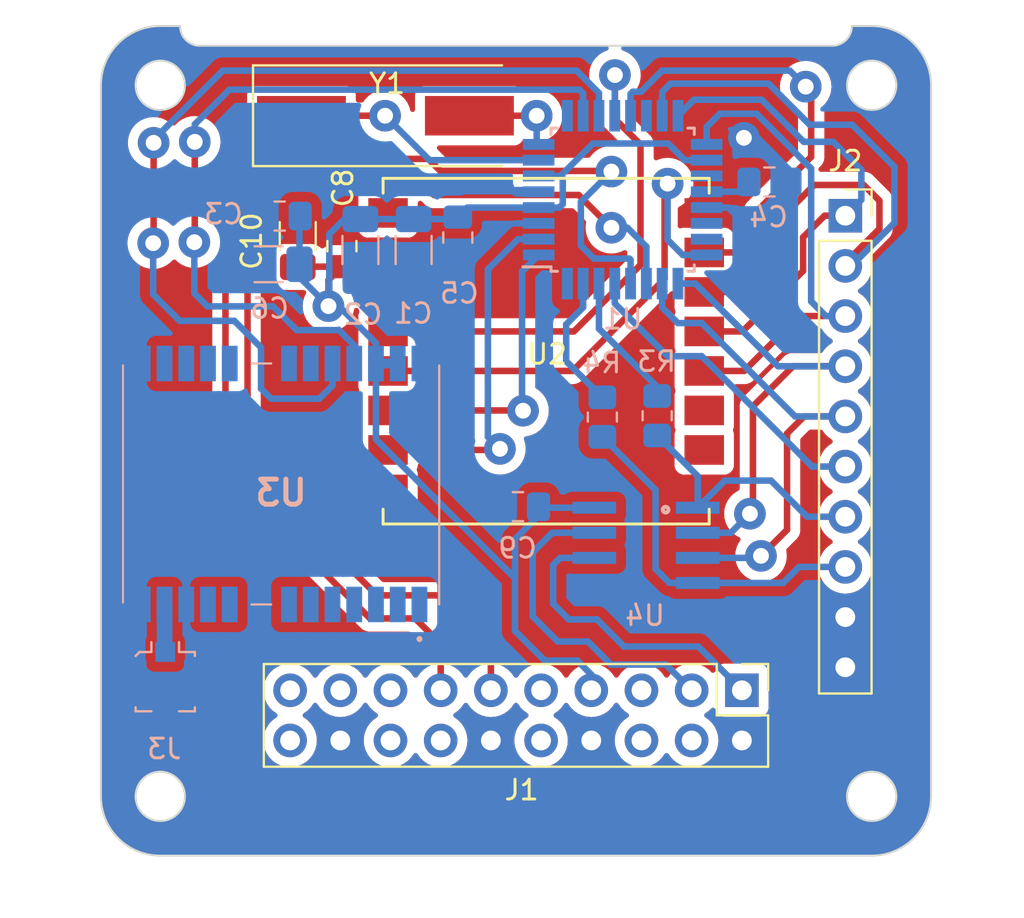
<source format=kicad_pcb>
(kicad_pcb (version 20221018) (generator pcbnew)
  (layers (0 "F.Cu" signal) (31 "B.Cu" signal) (34 "B.Paste" user) (35 "F.Paste" user) (36 "B.SilkS" user "B.Silkscreen") (37 "F.SilkS" user "F.Silkscreen") (38 "B.Mask" user) (39 "F.Mask" user) (44 "Edge.Cuts" user))
  (net 0 "")
  (net 1 "GND")
  (net 2 "+3V3")
  (net 3 "Net-(U1-AREF)")
  (net 4 "MCU_NRESET")
  (net 5 "RS485_SDA")
  (net 6 "RS485_SDB")
  (net 13 "I2C_SDA")
  (net 14 "I2C_SCL")
  (net 18 "MCU_TX")
  (net 21 "MCU_RX")
  (net 22 "Net-(U1-PD0(RXD))")
  (net 23 "Net-(U1-PD1(TXD))")
  (net 24 "RF_DIO1")
  (net 25 "RF_DIO2")
  (net 26 "Net-(U1-PB6(XTAL1{slash}TOSC1))")
  (net 27 "Net-(U1-PB7(XTAL2{slash}TOSC2))")
  (net 29 "SPI_MOSI")
  (net 30 "SPI_MISO")
  (net 31 "SPI_SCK")
  (net 34 "RF_NSS")
  (net 35 "RF_NRESET")
  (net 36 "RF_DIO0")
  (net 37 "RS485_NRE")
  (net 38 "RS485_DE")
  (net 42 "GPS_TX")
  (net 43 "GPS_RX")
  (net 44 "Net-(J3-In)")
  (footprint "Crystal:Crystal_SMD_HC49-SD" (layer "F.Cu") (at 136.3136 95.3008)
    (fp_text reference "Y1" (at 0.0844 -1.6256) (layer "F.SilkS"))
    (fp_text value "Crystal")
    (pad "1" smd rect (at -4.25 0) (size 4.5 2) (layers "F.Cu" "F.Paste" "F.Mask") (net 26 "Net-(U1-PB6(XTAL1{slash}TOSC1))"))
    (pad "2" smd rect (at 4.25 0) (size 4.5 2) (layers "F.Cu" "F.Paste" "F.Mask") (net 27 "Net-(U1-PB7(XTAL2{slash}TOSC2))"))
  )
  (footprint "Capacitor_SMD:C_1206_3216Metric_Pad1.33x1.80mm_HandSolder" (layer "F.Cu") (at 131.8768 101.3968 90)
    (fp_text reference "C10" (at -0.254 -2.3368 270) (layer "F.SilkS"))
    (fp_text value "22uF")
    (pad "1" smd roundrect (at -1.5625 0 90) (size 1.325 1.8) (layers "F.Cu" "F.Paste" "F.Mask") (roundrect_rratio 0.188679) (net 2 "+3V3"))
    (pad "2" smd roundrect (at 1.5625 0 90) (size 1.325 1.8) (layers "F.Cu" "F.Paste" "F.Mask") (roundrect_rratio 0.188679) (net 1 "GND"))
  )
  (footprint "RF_Module:Ai-Thinker-Ra-01-LoRa" (layer "F.Cu") (at 144.4457 107.221)
    (fp_text reference "U2" (at 0.0508 0.1524) (layer "F.SilkS"))
    (fp_text value "Ai-Thinker-Ra-02")
    (pad "1" smd rect (at -8 -7) (size 2 1.5) (layers "F.Cu" "F.Paste" "F.Mask"))
    (pad "2" smd rect (at -8 -5) (size 2 1.5) (layers "F.Cu" "F.Paste" "F.Mask") (net 1 "GND"))
    (pad "3" smd rect (at -8 -3) (size 2 1.5) (layers "F.Cu" "F.Paste" "F.Mask") (net 2 "+3V3"))
    (pad "4" smd rect (at -8 -1) (size 2 1.5) (layers "F.Cu" "F.Paste" "F.Mask") (net 35 "RF_NRESET"))
    (pad "5" smd rect (at -8 1) (size 2 1.5) (layers "F.Cu" "F.Paste" "F.Mask") (net 36 "RF_DIO0"))
    (pad "6" smd rect (at -8 3) (size 2 1.5) (layers "F.Cu" "F.Paste" "F.Mask") (net 24 "RF_DIO1"))
    (pad "7" smd rect (at -8 5) (size 2 1.5) (layers "F.Cu" "F.Paste" "F.Mask") (net 25 "RF_DIO2"))
    (pad "8" smd rect (at -8 7) (size 2 1.5) (layers "F.Cu" "F.Paste" "F.Mask"))
    (pad "9" smd rect (at 8 7) (size 2 1.5) (layers "F.Cu" "F.Paste" "F.Mask") (net 1 "GND"))
    (pad "10" smd rect (at 8 5) (size 2 1.5) (layers "F.Cu" "F.Paste" "F.Mask"))
    (pad "11" smd rect (at 8 3) (size 2 1.5) (layers "F.Cu" "F.Paste" "F.Mask"))
    (pad "12" smd rect (at 8 1) (size 2 1.5) (layers "F.Cu" "F.Paste" "F.Mask") (net 31 "SPI_SCK"))
    (pad "13" smd rect (at 8 -1) (size 2 1.5) (layers "F.Cu" "F.Paste" "F.Mask") (net 30 "SPI_MISO"))
    (pad "14" smd rect (at 8 -3) (size 2 1.5) (layers "F.Cu" "F.Paste" "F.Mask") (net 29 "SPI_MOSI"))
    (pad "15" smd rect (at 8 -5) (size 2 1.5) (layers "F.Cu" "F.Paste" "F.Mask") (net 34 "RF_NSS"))
    (pad "16" smd rect (at 8 -7) (size 2 1.5) (layers "F.Cu" "F.Paste" "F.Mask") (net 1 "GND"))
  )
  (footprint "Connector_PinSocket_2.54mm:PinSocket_2x10_P2.54mm_Vertical" (layer "F.Cu") (at 154.35 126.93 -90)
    (fp_text reference "J1" (at 2.5084 11.1448 -180) (layer "F.SilkS"))
    (fp_text value "Conn_02x10_PQSU")
    (pad "1" thru_hole rect (at -2.54 0 270) (size 1.7 1.7) (drill 1) (layers "*.Cu" "*.Mask") (net 5 "RS485_SDA"))
    (pad "2" thru_hole oval (at 0 0 270) (size 1.7 1.7) (drill 1) (layers "*.Cu" "*.Mask") (net 1 "GND"))
    (pad "3" thru_hole oval (at -2.54 2.54 270) (size 1.7 1.7) (drill 1) (layers "*.Cu" "*.Mask") (net 6 "RS485_SDB"))
    (pad "4" thru_hole oval (at 0 2.54 270) (size 1.7 1.7) (drill 1) (layers "*.Cu" "*.Mask"))
    (pad "5" thru_hole oval (at -2.54 5.08 270) (size 1.7 1.7) (drill 1) (layers "*.Cu" "*.Mask"))
    (pad "6" thru_hole oval (at 0 5.08 270) (size 1.7 1.7) (drill 1) (layers "*.Cu" "*.Mask"))
    (pad "7" thru_hole oval (at -2.54 7.62 270) (size 1.7 1.7) (drill 1) (layers "*.Cu" "*.Mask") (net 2 "+3V3"))
    (pad "8" thru_hole oval (at 0 7.62 270) (size 1.7 1.7) (drill 1) (layers "*.Cu" "*.Mask") (net 1 "GND"))
    (pad "9" thru_hole oval (at -2.54 10.16 270) (size 1.7 1.7) (drill 1) (layers "*.Cu" "*.Mask"))
    (pad "10" thru_hole oval (at 0 10.16 270) (size 1.7 1.7) (drill 1) (layers "*.Cu" "*.Mask"))
    (pad "11" thru_hole oval (at -2.54 12.7 270) (size 1.7 1.7) (drill 1) (layers "*.Cu" "*.Mask") (net 13 "I2C_SDA"))
    (pad "12" thru_hole oval (at 0 12.7 270) (size 1.7 1.7) (drill 1) (layers "*.Cu" "*.Mask") (net 1 "GND"))
    (pad "13" thru_hole oval (at -2.54 15.24 270) (size 1.7 1.7) (drill 1) (layers "*.Cu" "*.Mask") (net 14 "I2C_SCL"))
    (pad "14" thru_hole oval (at 0 15.24 270) (size 1.7 1.7) (drill 1) (layers "*.Cu" "*.Mask"))
    (pad "15" thru_hole oval (at -2.54 17.78 270) (size 1.7 1.7) (drill 1) (layers "*.Cu" "*.Mask"))
    (pad "16" thru_hole oval (at 0 17.78 270) (size 1.7 1.7) (drill 1) (layers "*.Cu" "*.Mask"))
    (pad "17" thru_hole oval (at -2.54 20.32 270) (size 1.7 1.7) (drill 1) (layers "*.Cu" "*.Mask"))
    (pad "18" thru_hole oval (at 0 20.32 270) (size 1.7 1.7) (drill 1) (layers "*.Cu" "*.Mask") (net 1 "GND"))
    (pad "19" thru_hole oval (at -2.54 22.86 270) (size 1.7 1.7) (drill 1) (layers "*.Cu" "*.Mask"))
    (pad "20" thru_hole oval (at 0 22.86 270) (size 1.7 1.7) (drill 1) (layers "*.Cu" "*.Mask"))
  )
  (footprint "Capacitor_SMD:C_0805_2012Metric_Pad1.18x1.45mm_HandSolder" (layer "F.Cu") (at 134.112 101.9048 90)
    (fp_text reference "C8" (at 2.9464 0.0508 90) (layer "F.SilkS"))
    (fp_text value "100nF")
    (pad "1" smd roundrect (at -1.0375 0 90) (size 1.175 1.45) (layers "F.Cu" "F.Paste" "F.Mask") (roundrect_rratio 0.2127659574) (net 2 "+3V3"))
    (pad "2" smd roundrect (at 1.0375 0 90) (size 1.175 1.45) (layers "F.Cu" "F.Paste" "F.Mask") (roundrect_rratio 0.2127659574) (net 1 "GND"))
  )
  (footprint "Connector_PinSocket_2.54mm:PinSocket_1x10_P2.54mm_Vertical" (layer "F.Cu") (at 159.5841 100.363)
    (fp_text reference "J2" (at 0 -2.77 -360) (layer "F.SilkS"))
    (fp_text value "Conn_01x10")
    (pad "1" thru_hole rect (at 0 0) (size 1.7 1.7) (drill 1) (layers "*.Cu" "*.Mask") (net 30 "SPI_MISO"))
    (pad "2" thru_hole oval (at 0 2.54) (size 1.7 1.7) (drill 1) (layers "*.Cu" "*.Mask") (net 29 "SPI_MOSI"))
    (pad "3" thru_hole oval (at 0 5.08) (size 1.7 1.7) (drill 1) (layers "*.Cu" "*.Mask") (net 31 "SPI_SCK"))
    (pad "4" thru_hole oval (at 0 7.62) (size 1.7 1.7) (drill 1) (layers "*.Cu" "*.Mask") (net 37 "RS485_NRE"))
    (pad "5" thru_hole oval (at 0 10.16) (size 1.7 1.7) (drill 1) (layers "*.Cu" "*.Mask") (net 38 "RS485_DE"))
    (pad "6" thru_hole oval (at 0 12.7) (size 1.7 1.7) (drill 1) (layers "*.Cu" "*.Mask") (net 4 "MCU_NRESET"))
    (pad "7" thru_hole oval (at 0 15.24) (size 1.7 1.7) (drill 1) (layers "*.Cu" "*.Mask") (net 21 "MCU_RX"))
    (pad "8" thru_hole oval (at 0 17.78) (size 1.7 1.7) (drill 1) (layers "*.Cu" "*.Mask") (net 18 "MCU_TX"))
    (pad "9" thru_hole oval (at 0 20.32) (size 1.7 1.7) (drill 1) (layers "*.Cu" "*.Mask") (net 1 "GND"))
    (pad "10" thru_hole oval (at 0 22.86) (size 1.7 1.7) (drill 1) (layers "*.Cu" "*.Mask") (net 1 "GND"))
  )
  (footprint "Capacitor_SMD:C_1206_3216Metric_Pad1.33x1.80mm_HandSolder" (layer "B.Cu") (at 137.7401 102.0957 -90)
    (fp_text reference "C1" (at 3.2127 0.0213) (layer "B.SilkS") (effects (justify mirror)))
    (fp_text value "1uF")
    (pad "1" smd roundrect (at -1.5625 0 270) (size 1.325 1.8) (layers "B.Cu" "B.Paste" "B.Mask") (roundrect_rratio 0.188679) (net 2 "+3V3"))
    (pad "2" smd roundrect (at 1.5625 0 270) (size 1.325 1.8) (layers "B.Cu" "B.Paste" "B.Mask") (roundrect_rratio 0.188679) (net 1 "GND"))
  )
  (footprint "Capacitor_SMD:C_1206_3216Metric_Pad1.33x1.80mm_HandSolder" (layer "B.Cu") (at 135.0477 102.0957 -90)
    (fp_text reference "C2" (at 3.2635 -0.1311 -180) (layer "B.SilkS") (effects (justify mirror)))
    (fp_text value "4.7uF")
    (pad "1" smd roundrect (at -1.5625 0 270) (size 1.325 1.8) (layers "B.Cu" "B.Paste" "B.Mask") (roundrect_rratio 0.1886792453) (net 2 "+3V3"))
    (pad "2" smd roundrect (at 1.5625 0 270) (size 1.325 1.8) (layers "B.Cu" "B.Paste" "B.Mask") (roundrect_rratio 0.1886792453) (net 1 "GND"))
  )
  (footprint "Resistor_SMD:R_0805_2012Metric_Pad1.20x1.40mm_HandSolder" (layer "B.Cu") (at 147.2905 110.5578 -90)
    (fp_text reference "R4" (at -2.745 0.0295 -180) (layer "B.SilkS") (effects (justify mirror)))
    (fp_text value "1.2k")
    (pad "1" smd roundrect (at -1 0 270) (size 1.2 1.4) (layers "B.Cu" "B.Paste" "B.Mask") (roundrect_rratio 0.2083333333) (net 23 "Net-(U1-PD1(TXD))"))
    (pad "2" smd roundrect (at 1 0 270) (size 1.2 1.4) (layers "B.Cu" "B.Paste" "B.Mask") (roundrect_rratio 0.2083333333) (net 18 "MCU_TX"))
  )
  (footprint "Connector_Coaxial:U.FL_Molex_MCRF_73412-0110_Vertical" (layer "B.Cu") (at 125.1712 123.952)
    (fp_text reference "J3" (at -0.0508 3.4036) (layer "B.SilkS") (effects (justify mirror)))
    (fp_text value "Conn_Coaxial")
    (pad "1" smd rect (at 0 -1.5) (size 1 1) (layers "B.Cu" "B.Paste" "B.Mask") (net 44 "Net-(J3-In)"))
    (pad "2" smd rect (at -1.475 0) (size 1.05 2.2) (layers "B.Cu" "B.Paste" "B.Mask") (net 1 "GND"))
    (pad "2" smd rect (at 0 1.5) (size 1 1) (layers "B.Cu" "B.Paste" "B.Mask") (net 1 "GND"))
    (pad "2" smd rect (at 1.475 0) (size 1.05 2.2) (layers "B.Cu" "B.Paste" "B.Mask") (net 1 "GND"))
  )
  (footprint "LIB_ATGM332D-5N31:ATGM332D5N31" (layer "B.Cu") (at 131.0345 113.9444 -90)
    (fp_text reference "U3" (at 0.45 0 -180) (layer "B.SilkS") (effects (font (size 1.27 1.27) (thickness 0.254)) (justify mirror)))
    (fp_text value "ATGM332D-5N31" hide)
    (pad "1" smd rect (at 6.1 -7 180) (size 0.8 1.8) (layers "B.Cu" "B.Paste" "B.Mask"))
    (pad "2" smd rect (at 6.1 -5.9 180) (size 0.8 1.8) (layers "B.Cu" "B.Paste" "B.Mask"))
    (pad "3" smd rect (at 6.1 -4.8 180) (size 0.8 1.8) (layers "B.Cu" "B.Paste" "B.Mask"))
    (pad "4" smd rect (at 6.1 -3.7 180) (size 0.8 1.8) (layers "B.Cu" "B.Paste" "B.Mask"))
    (pad "5" smd rect (at 6.1 -2.6 180) (size 0.8 1.8) (layers "B.Cu" "B.Paste" "B.Mask"))
    (pad "6" smd rect (at 6.1 -1.5 180) (size 0.8 1.8) (layers "B.Cu" "B.Paste" "B.Mask"))
    (pad "7" smd rect (at 6.1 -0.4 180) (size 0.8 1.8) (layers "B.Cu" "B.Paste" "B.Mask"))
    (pad "8" smd rect (at 6.1 2.6 180) (size 0.8 1.8) (layers "B.Cu" "B.Paste" "B.Mask"))
    (pad "9" smd rect (at 6.1 3.7 180) (size 0.8 1.8) (layers "B.Cu" "B.Paste" "B.Mask"))
    (pad "10" smd rect (at 6.1 4.8 180) (size 0.8 1.8) (layers "B.Cu" "B.Paste" "B.Mask") (net 1 "GND"))
    (pad "11" smd rect (at 6.1 5.9 180) (size 0.8 1.8) (layers "B.Cu" "B.Paste" "B.Mask") (net 44 "Net-(J3-In)"))
    (pad "12" smd rect (at 6.1 7 180) (size 0.8 1.8) (layers "B.Cu" "B.Paste" "B.Mask") (net 1 "GND"))
    (pad "13" smd rect (at -6.1 7 180) (size 0.8 1.8) (layers "B.Cu" "B.Paste" "B.Mask") (net 1 "GND"))
    (pad "14" smd rect (at -6.1 5.9 180) (size 0.8 1.8) (layers "B.Cu" "B.Paste" "B.Mask"))
    (pad "15" smd rect (at -6.1 4.8 180) (size 0.8 1.8) (layers "B.Cu" "B.Paste" "B.Mask"))
    (pad "16" smd rect (at -6.1 3.7 180) (size 0.8 1.8) (layers "B.Cu" "B.Paste" "B.Mask"))
    (pad "17" smd rect (at -6.1 2.6 180) (size 0.8 1.8) (layers "B.Cu" "B.Paste" "B.Mask"))
    (pad "18" smd rect (at -6.1 -0.4 180) (size 0.8 1.8) (layers "B.Cu" "B.Paste" "B.Mask"))
    (pad "19" smd rect (at -6.1 -1.5 180) (size 0.8 1.8) (layers "B.Cu" "B.Paste" "B.Mask"))
    (pad "20" smd rect (at -6.1 -2.6 180) (size 0.8 1.8) (layers "B.Cu" "B.Paste" "B.Mask") (net 42 "GPS_TX"))
    (pad "21" smd rect (at -6.1 -3.7 180) (size 0.8 1.8) (layers "B.Cu" "B.Paste" "B.Mask") (net 43 "GPS_RX"))
    (pad "22" smd rect (at -6.1 -4.8 180) (size 0.8 1.8) (layers "B.Cu" "B.Paste" "B.Mask") (net 2 "+3V3"))
    (pad "23" smd rect (at -6.1 -5.9 180) (size 0.8 1.8) (layers "B.Cu" "B.Paste" "B.Mask") (net 2 "+3V3"))
    (pad "24" smd rect (at -6.1 -7 180) (size 0.8 1.8) (layers "B.Cu" "B.Paste" "B.Mask") (net 1 "GND"))
  )
  (footprint "Capacitor_SMD:C_0805_2012Metric_Pad1.18x1.45mm_HandSolder" (layer "B.Cu") (at 130.9624 100.3808 180)
    (fp_text reference "C3" (at 2.8448 0.1016) (layer "B.SilkS") (effects (justify mirror)))
    (fp_text value "100nF")
    (pad "1" smd roundrect (at -1.0375 0 180) (size 1.175 1.45) (layers "B.Cu" "B.Paste" "B.Mask") (roundrect_rratio 0.212766) (net 2 "+3V3"))
    (pad "2" smd roundrect (at 1.0375 0 180) (size 1.175 1.45) (layers "B.Cu" "B.Paste" "B.Mask") (roundrect_rratio 0.212766) (net 1 "GND"))
  )
  (footprint "Capacitor_SMD:C_0805_2012Metric_Pad1.18x1.45mm_HandSolder" (layer "B.Cu") (at 139.9753 101.4691 -90)
    (fp_text reference "C5" (at 2.8233 -0.0803 -180) (layer "B.SilkS") (effects (justify mirror)))
    (fp_text value "100nF")
    (pad "1" smd roundrect (at -1.0375 0 270) (size 1.175 1.45) (layers "B.Cu" "B.Paste" "B.Mask") (roundrect_rratio 0.2127659574) (net 2 "+3V3"))
    (pad "2" smd roundrect (at 1.0375 0 270) (size 1.175 1.45) (layers "B.Cu" "B.Paste" "B.Mask") (roundrect_rratio 0.2127659574) (net 1 "GND"))
  )
  (footprint "Package_QFP:TQFP-32_7x7mm_P0.8mm" (layer "B.Cu") (at 148.318 99.55)
    (fp_text reference "U1" (at 0 6.05 180) (layer "B.SilkS") (effects (justify mirror)))
    (fp_text value "ATMEGA328P-AU")
    (pad "1" smd rect (at -4.25 2.8) (size 1.6 0.55) (layers "B.Cu" "B.Paste" "B.Mask") (net 24 "RF_DIO1"))
    (pad "2" smd rect (at -4.25 2) (size 1.6 0.55) (layers "B.Cu" "B.Paste" "B.Mask") (net 25 "RF_DIO2"))
    (pad "3" smd rect (at -4.25 1.2) (size 1.6 0.55) (layers "B.Cu" "B.Paste" "B.Mask") (net 1 "GND"))
    (pad "4" smd rect (at -4.25 0.4) (size 1.6 0.55) (layers "B.Cu" "B.Paste" "B.Mask") (net 2 "+3V3"))
    (pad "5" smd rect (at -4.25 -0.4) (size 1.6 0.55) (layers "B.Cu" "B.Paste" "B.Mask") (net 1 "GND"))
    (pad "6" smd rect (at -4.25 -1.2) (size 1.6 0.55) (layers "B.Cu" "B.Paste" "B.Mask") (net 2 "+3V3"))
    (pad "7" smd rect (at -4.25 -2) (size 1.6 0.55) (layers "B.Cu" "B.Paste" "B.Mask") (net 26 "Net-(U1-PB6(XTAL1{slash}TOSC1))"))
    (pad "8" smd rect (at -4.25 -2.8) (size 1.6 0.55) (layers "B.Cu" "B.Paste" "B.Mask") (net 27 "Net-(U1-PB7(XTAL2{slash}TOSC2))"))
    (pad "9" smd rect (at -2.8 -4.25 270) (size 1.6 0.55) (layers "B.Cu" "B.Paste" "B.Mask"))
    (pad "10" smd rect (at -2 -4.25 270) (size 1.6 0.55) (layers "B.Cu" "B.Paste" "B.Mask") (net 43 "GPS_RX"))
    (pad "11" smd rect (at -1.2 -4.25 270) (size 1.6 0.55) (layers "B.Cu" "B.Paste" "B.Mask") (net 42 "GPS_TX"))
    (pad "12" smd rect (at -0.4 -4.25 270) (size 1.6 0.55) (layers "B.Cu" "B.Paste" "B.Mask") (net 35 "RF_NRESET"))
    (pad "13" smd rect (at 0.4 -4.25 270) (size 1.6 0.55) (layers "B.Cu" "B.Paste" "B.Mask") (net 34 "RF_NSS"))
    (pad "14" smd rect (at 1.2 -4.25 270) (size 1.6 0.55) (layers "B.Cu" "B.Paste" "B.Mask"))
    (pad "15" smd rect (at 2 -4.25 270) (size 1.6 0.55) (layers "B.Cu" "B.Paste" "B.Mask") (net 29 "SPI_MOSI"))
    (pad "16" smd rect (at 2.8 -4.25 270) (size 1.6 0.55) (layers "B.Cu" "B.Paste" "B.Mask") (net 30 "SPI_MISO"))
    (pad "17" smd rect (at 4.25 -2.8) (size 1.6 0.55) (layers "B.Cu" "B.Paste" "B.Mask") (net 31 "SPI_SCK"))
    (pad "18" smd rect (at 4.25 -2) (size 1.6 0.55) (layers "B.Cu" "B.Paste" "B.Mask") (net 2 "+3V3"))
    (pad "19" smd rect (at 4.25 -1.2) (size 1.6 0.55) (layers "B.Cu" "B.Paste" "B.Mask"))
    (pad "20" smd rect (at 4.25 -0.4) (size 1.6 0.55) (layers "B.Cu" "B.Paste" "B.Mask") (net 3 "Net-(U1-AREF)"))
    (pad "21" smd rect (at 4.25 0.4) (size 1.6 0.55) (layers "B.Cu" "B.Paste" "B.Mask") (net 1 "GND"))
    (pad "22" smd rect (at 4.25 1.2) (size 1.6 0.55) (layers "B.Cu" "B.Paste" "B.Mask"))
    (pad "23" smd rect (at 4.25 2) (size 1.6 0.55) (layers "B.Cu" "B.Paste" "B.Mask"))
    (pad "24" smd rect (at 4.25 2.8) (size 1.6 0.55) (layers "B.Cu" "B.Paste" "B.Mask") (net 36 "RF_DIO0"))
    (pad "25" smd rect (at 2.8 4.25 270) (size 1.6 0.55) (layers "B.Cu" "B.Paste" "B.Mask") (net 37 "RS485_NRE"))
    (pad "26" smd rect (at 2 4.25 270) (size 1.6 0.55) (layers "B.Cu" "B.Paste" "B.Mask") (net 38 "RS485_DE"))
    (pad "27" smd rect (at 1.2 4.25 270) (size 1.6 0.55) (layers "B.Cu" "B.Paste" "B.Mask") (net 13 "I2C_SDA"))
    (pad "28" smd rect (at 0.4 4.25 270) (size 1.6 0.55) (layers "B.Cu" "B.Paste" "B.Mask") (net 14 "I2C_SCL"))
    (pad "29" smd rect (at -0.4 4.25 270) (size 1.6 0.55) (layers "B.Cu" "B.Paste" "B.Mask") (net 4 "MCU_NRESET"))
    (pad "30" smd rect (at -1.2 4.25 270) (size 1.6 0.55) (layers "B.Cu" "B.Paste" "B.Mask") (net 22 "Net-(U1-PD0(RXD))"))
    (pad "31" smd rect (at -2 4.25 270) (size 1.6 0.55) (layers "B.Cu" "B.Paste" "B.Mask") (net 23 "Net-(U1-PD1(TXD))"))
    (pad "32" smd rect (at -2.8 4.25 270) (size 1.6 0.55) (layers "B.Cu" "B.Paste" "B.Mask"))
  )
  (footprint "MAX485:SO08" (layer "B.Cu") (at 149.5003 117.0508 -90)
    (fp_text reference "U4" (at 3.556 0.0508 180) (layer "B.SilkS") (effects (justify mirror)))
    (fp_text value "MAX485E")
    (pad "1" smd rect (at -1.905 -2.6162 270) (size 0.6096 2.2098) (layers "B.Cu" "B.Paste" "B.Mask") (net 21 "MCU_RX"))
    (pad "2" smd rect (at -0.635 -2.6162 270) (size 0.6096 2.2098) (layers "B.Cu" "B.Paste" "B.Mask") (net 37 "RS485_NRE"))
    (pad "3" smd rect (at 0.635 -2.6162 270) (size 0.6096 2.2098) (layers "B.Cu" "B.Paste" "B.Mask") (net 38 "RS485_DE"))
    (pad "4" smd rect (at 1.905 -2.6162 270) (size 0.6096 2.2098) (layers "B.Cu" "B.Paste" "B.Mask") (net 18 "MCU_TX"))
    (pad "5" smd rect (at 1.905 2.6162 270) (size 0.6096 2.2098) (layers "B.Cu" "B.Paste" "B.Mask") (net 1 "GND"))
    (pad "6" smd rect (at 0.635 2.6162 270) (size 0.6096 2.2098) (layers "B.Cu" "B.Paste" "B.Mask") (net 5 "RS485_SDA"))
    (pad "7" smd rect (at -0.635 2.6162 270) (size 0.6096 2.2098) (layers "B.Cu" "B.Paste" "B.Mask") (net 6 "RS485_SDB"))
    (pad "8" smd rect (at -1.905 2.6162 270) (size 0.6096 2.2098) (layers "B.Cu" "B.Paste" "B.Mask") (net 2 "+3V3"))
  )
  (footprint "Capacitor_SMD:C_0805_2012Metric_Pad1.18x1.45mm_HandSolder" (layer "B.Cu") (at 155.7448 98.6536)
    (fp_text reference "C4" (at -0.0428 1.778) (layer "B.SilkS") (effects (justify mirror)))
    (fp_text value "100nF")
    (pad "1" smd roundrect (at -1.0375 0) (size 1.175 1.45) (layers "B.Cu" "B.Paste" "B.Mask") (roundrect_rratio 0.2127659574) (net 3 "Net-(U1-AREF)"))
    (pad "2" smd roundrect (at 1.0375 0) (size 1.175 1.45) (layers "B.Cu" "B.Paste" "B.Mask") (roundrect_rratio 0.2127659574) (net 1 "GND"))
  )
  (footprint "Capacitor_SMD:C_0805_2012Metric_Pad1.18x1.45mm_HandSolder" (layer "B.Cu") (at 143.0207 115.0939 180)
    (fp_text reference "C9" (at 0.0187 -2.1017 180) (layer "B.SilkS") (effects (justify mirror)))
    (fp_text value "100nF")
    (pad "1" smd roundrect (at -1.0375 0 180) (size 1.175 1.45) (layers "B.Cu" "B.Paste" "B.Mask") (roundrect_rratio 0.2127659574) (net 2 "+3V3"))
    (pad "2" smd roundrect (at 1.0375 0 180) (size 1.175 1.45) (layers "B.Cu" "B.Paste" "B.Mask") (roundrect_rratio 0.2127659574) (net 1 "GND"))
  )
  (footprint "Capacitor_SMD:C_1206_3216Metric_Pad1.33x1.80mm_HandSolder" (layer "B.Cu") (at 130.4036 102.8192 180)
    (fp_text reference "C6" (at -0.0508 -2.2352) (layer "B.SilkS") (effects (justify mirror)))
    (fp_text value "10uF")
    (pad "1" smd roundrect (at -1.5625 0 180) (size 1.325 1.8) (layers "B.Cu" "B.Paste" "B.Mask") (roundrect_rratio 0.188679) (net 2 "+3V3"))
    (pad "2" smd roundrect (at 1.5625 0 180) (size 1.325 1.8) (layers "B.Cu" "B.Paste" "B.Mask") (roundrect_rratio 0.188679) (net 1 "GND"))
  )
  (footprint "Resistor_SMD:R_0805_2012Metric_Pad1.20x1.40mm_HandSolder" (layer "B.Cu") (at 150.0632 110.49 -90)
    (fp_text reference "R3" (at -2.745 0.0295 -180) (layer "B.SilkS") (effects (justify mirror)))
    (fp_text value "1.2k")
    (pad "1" smd roundrect (at -1 0 270) (size 1.2 1.4) (layers "B.Cu" "B.Paste" "B.Mask") (roundrect_rratio 0.2083333333) (net 22 "Net-(U1-PD0(RXD))"))
    (pad "2" smd roundrect (at 1 0 270) (size 1.2 1.4) (layers "B.Cu" "B.Paste" "B.Mask") (roundrect_rratio 0.2083333333) (net 21 "MCU_RX"))
  )
  (gr_circle (center 124.92 129.76) (end 126.17 129.76) (stroke (width 0.1)) (fill none) (layer "Edge.Cuts"))
  (gr_arc (start 121.92 93.76) (mid 122.79868 91.63868) (end 124.92 90.76) (stroke (width 0.1)) (layer "Edge.Cuts"))
  (gr_line (start 160.92 90.76) (end 159.92 90.76) (stroke (width 0.1)) (layer "Edge.Cuts"))
  (gr_arc (start 163.92 129.76) (mid 163.04132 131.88132) (end 160.92 132.76) (stroke (width 0.1)) (layer "Edge.Cuts"))
  (gr_arc (start 160.92 90.76) (mid 163.04132 91.63868) (end 163.92 93.76) (stroke (width 0.1)) (layer "Edge.Cuts"))
  (gr_circle (center 160.92 93.76) (end 162.17 93.76) (stroke (width 0.1)) (fill none) (layer "Edge.Cuts"))
  (gr_line (start 163.92 93.76) (end 163.92 129.76) (stroke (width 0.1)) (layer "Edge.Cuts"))
  (gr_line (start 126.92 91.76) (end 158.92 91.76) (stroke (width 0.1)) (layer "Edge.Cuts"))
  (gr_line (start 160.92 132.76) (end 124.92 132.76) (stroke (width 0.1)) (layer "Edge.Cuts"))
  (gr_arc (start 159.92 90.76) (mid 159.627107 91.467107) (end 158.92 91.76) (stroke (width 0.1)) (layer "Edge.Cuts"))
  (gr_circle (center 160.92 129.76) (end 162.17 129.76) (stroke (width 0.1)) (fill none) (layer "Edge.Cuts"))
  (gr_arc (start 124.92 132.76) (mid 122.79868 131.88132) (end 121.92 129.76) (stroke (width 0.1)) (layer "Edge.Cuts"))
  (gr_circle (center 124.92 93.76) (end 126.17 93.76) (stroke (width 0.1)) (fill none) (layer "Edge.Cuts"))
  (gr_line (start 124.92 90.76) (end 125.92 90.76) (stroke (width 0.1)) (layer "Edge.Cuts"))
  (gr_line (start 121.92 129.76) (end 121.92 93.76) (stroke (width 0.1)) (layer "Edge.Cuts"))
  (gr_arc (start 126.92 91.76) (mid 126.212893 91.467107) (end 125.92 90.76) (stroke (width 0.1)) (layer "Edge.Cuts"))
  (via (at 154.4533 96.4184) (size 1.6) (drill 0.8) (layers "F.Cu" "B.Cu") (net 1))
  (segment (start 144.068 99.15) (end 142.9279 99.15) (width 0.5) (layer "B.Cu") (net 1))
  (segment (start 142.9279 99.15) (end 142.9217 99.1438) (width 0.3302) (layer "B.Cu") (net 1))
  (segment (start 152.568 99.95) (end 153.6669 99.95) (width 0.3302) (layer "B.Cu") (net 1))
  (segment (start 153.6669 99.95) (end 153.8945 100.1776) (width 0.3302) (layer "B.Cu") (net 1))
  (segment (start 144.068 100.75) (end 142.9217 100.75) (width 0.3302) (layer "B.Cu") (net 1))
  (segment (start 133.431259 103.623041) (end 134.112 102.9423) (width 0.3302) (layer "F.Cu") (net 2))
  (segment (start 136.4457 104.221) (end 135.3907 104.221) (width 0.4) (layer "F.Cu") (net 2))
  (segment (start 134.112 102.9423) (end 131.8938 102.9423) (width 0.3302) (layer "F.Cu") (net 2))
  (segment (start 131.8938 102.9423) (end 131.8768 102.9593) (width 0.3302) (layer "F.Cu") (net 2))
  (segment (start 135.3907 104.221) (end 134.112 102.9423) (width 0.4) (layer "F.Cu") (net 2))
  (segment (start 133.431259 104.939431) (end 133.431259 103.623041) (width 0.3302) (layer "F.Cu") (net 2))
  (via (at 133.431259 104.939431) (size 1.6) (drill 0.8) (layers "F.Cu" "B.Cu") (net 2))
  (segment (start 142.8709 116.7384) (end 142.8709 117.0432) (width 0.3302) (layer "B.Cu") (net 2))
  (segment (start 146.8178 96.7054) (end 145.1732 98.35) (width 0.3302) (layer "B.Cu") (net 2))
  (segment (start 140.4569 99.95) (end 144.068 99.95) (width 0.3302) (layer "B.Cu") (net 2))
  (segment (start 142.8709 121.3825) (end 142.8709 117.0432) (width 0.3302) (layer "B.Cu") (net 2))
  (segment (start 144.0582 115.0939) (end 144.0582 115.5511) (width 0.3302) (layer "B.Cu") (net 2))
  (segment (start 151.4628 97.55) (end 150.6182 96.7054) (width 0.3302) (layer "B.Cu") (net 2))
  (segment (start 146.73 123.5947) (end 146.0205 122.8852) (width 0.3302) (layer "B.Cu") (net 2))
  (segment (start 144.1409 115.0939) (end 144.0582 115.0939) (width 0.3302) (layer "B.Cu") (net 2))
  (segment (start 133.4729 101.2952) (end 134.2349 100.5332) (width 0.3302) (layer "B.Cu") (net 2))
  (segment (start 131.9661 103.474272) (end 133.431259 104.939431) (width 0.3302) (layer "B.Cu") (net 2))
  (segment (start 131.9661 100.4146) (end 131.9661 102.8192) (width 0.3302) (layer "B.Cu") (net 2))
  (segment (start 146.73 124.39) (end 146.73 123.5947) (width 0.3302) (layer "B.Cu") (net 2))
  (segment (start 144.0582 115.5511) (end 142.8709 116.7384) (width 0.3302) (layer "B.Cu") (net 2))
  (segment (start 144.3736 122.8852) (end 142.8709 121.3825) (width 0.3302) (layer "B.Cu") (net 2))
  (segment (start 135.0477 100.5332) (end 137.7401 100.5332) (width 0.3302) (layer "B.Cu") (net 2))
  (segment (start 145.1732 98.35) (end 144.068 98.35) (width 0.3302) (layer "B.Cu") (net 2))
  (segment (start 145.288 99.7747) (end 145.1127 99.95) (width 0.3302) (layer "B.Cu") (net 2))
  (segment (start 134.2349 100.5332) (end 135.0477 100.5332) (width 0.3302) (layer "B.Cu") (net 2))
  (segment (start 145.1127 99.95) (end 144.068 99.95) (width 0.3302) (layer "B.Cu") (net 2))
  (segment (start 144.2425 115.1458) (end 146.8841 115.1458) (width 0.3302) (layer "B.Cu") (net 2))
  (segment (start 145.288 98.4648) (end 145.288 99.7747) (width 0.3302) (layer "B.Cu") (net 2))
  (segment (start 142.8709 118.7196) (end 135.8345 111.6832) (width 0.3302) (layer "B.Cu") (net 2))
  (segment (start 131.9661 102.8192) (end 131.9661 103.474272) (width 0.3302) (layer "B.Cu") (net 2))
  (segment (start 152.568 97.55) (end 151.4628 97.55) (width 0.3302) (layer "B.Cu") (net 2))
  (segment (start 137.7401 100.5332) (end 139.8737 100.5332) (width 0.3302) (layer "B.Cu") (net 2))
  (segment (start 139.9753 100.4316) (end 140.4569 99.95) (width 0.3302) (layer "B.Cu") (net 2))
  (segment (start 133.4729 104.89779) (end 133.4729 101.2952) (width 0.3302) (layer "B.Cu") (net 2))
  (segment (start 139.8737 100.5332) (end 139.9753 100.4316) (width 0.3302) (layer "B.Cu") (net 2))
  (segment (start 133.431259 104.939431) (end 133.4729 104.89779) (width 0.3302) (layer "B.Cu") (net 2))
  (segment (start 150.6182 96.7054) (end 146.8178 96.7054) (width 0.3302) (layer "B.Cu") (net 2))
  (segment (start 135.8345 111.6832) (end 135.8345 106.8142) (width 0.3302) (layer "B.Cu") (net 2))
  (segment (start 135.8345 106.8142) (end 133.959731 104.939431) (width 0.3302) (layer "B.Cu") (net 2))
  (segment (start 145.1732 98.35) (end 145.288 98.4648) (width 0.3302) (layer "B.Cu") (net 2))
  (segment (start 131.9999 100.3808) (end 131.9661 100.4146) (width 0.3302) (layer "B.Cu") (net 2))
  (segment (start 146.0205 122.8852) (end 144.3736 122.8852) (width 0.3302) (layer "B.Cu") (net 2))
  (segment (start 133.959731 104.939431) (end 133.431259 104.939431) (width 0.3302) (layer "B.Cu") (net 2))
  (segment (start 142.8709 117.0432) (end 142.8709 118.7196) (width 0.3302) (layer "B.Cu") (net 2))
  (segment (start 135.8345 107.8444) (end 136.9345 107.8444) (width 0.5) (layer "B.Cu") (net 2))
  (segment (start 154.4417 99.15) (end 152.568 99.15) (width 0.3302) (layer "B.Cu") (net 3))
  (segment (start 152.3197 107.475) (end 157.9077 113.063) (width 0.3302) (layer "B.Cu") (net 4))
  (segment (start 147.918 103.8) (end 147.918 104.8005) (width 0.3302) (layer "B.Cu") (net 4))
  (segment (start 157.9077 113.063) (end 159.5841 113.063) (width 0.3302) (layer "B.Cu") (net 4))
  (segment (start 147.918 104.8005) (end 150.5925 107.475) (width 0.3302) (layer "B.Cu") (net 4))
  (segment (start 150.5925 107.475) (end 152.3197 107.475) (width 0.3302) (layer "B.Cu") (net 4))
  (segment (start 147.0152 120.8024) (end 148.3868 122.174) (width 0.3302) (layer "B.Cu") (net 5))
  (segment (start 148.3868 122.174) (end 152.146 122.174) (width 0.3302) (layer "B.Cu") (net 5))
  (segment (start 146.8841 117.6858) (end 145.1569 117.6858) (width 0.3302) (layer "B.Cu") (net 5))
  (segment (start 144.8013 118.0414) (end 144.8013 120.0109) (width 0.3302) (layer "B.Cu") (net 5))
  (segment (start 145.5928 120.8024) (end 147.0152 120.8024) (width 0.3302) (layer "B.Cu") (net 5))
  (segment (start 144.8013 120.0109) (end 145.5928 120.8024) (width 0.3302) (layer "B.Cu") (net 5))
  (segment (start 145.1569 117.6858) (end 144.8013 118.0414) (width 0.3302) (layer "B.Cu") (net 5))
  (segment (start 152.146 122.174) (end 154.35 124.378) (width 0.3302) (layer "B.Cu") (net 5))
  (segment (start 154.35 124.378) (end 154.35 124.39) (width 0.3302) (layer "B.Cu") (net 5))
  (segment (start 147.7264 123.0884) (end 150.5084 123.0884) (width 0.3302) (layer "B.Cu") (net 6))
  (segment (start 143.764 120.65) (end 145.034 121.92) (width 0.3302) (layer "B.Cu") (net 6))
  (segment (start 150.5084 123.0884) (end 151.81 124.39) (width 0.3302) (layer "B.Cu") (net 6))
  (segment (start 144.7505 116.4158) (end 143.764 117.4023) (width 0.3302) (layer "B.Cu") (net 6))
  (segment (start 143.764 117.4023) (end 143.764 120.65) (width 0.3302) (layer "B.Cu") (net 6))
  (segment (start 146.8841 116.4158) (end 144.7505 116.4158) (width 0.3302) (layer "B.Cu") (net 6))
  (segment (start 146.558 121.92) (end 147.7264 123.0884) (width 0.3302) (layer "B.Cu") (net 6))
  (segment (start 145.034 121.92) (end 146.558 121.92) (width 0.3302) (layer "B.Cu") (net 6))
  (segment (start 135.89 119.5832) (end 138.9888 119.5832) (width 0.3302) (layer "F.Cu") (net 13))
  (segment (start 129.3368 113.03) (end 135.89 119.5832) (width 0.3302) (layer "F.Cu") (net 13))
  (segment (start 146.0891 99.314) (end 138.7739 99.314) (width 0.3302) (layer "F.Cu") (net 13))
  (segment (start 138.7739 99.314) (end 137.8087 98.3488) (width 0.3302) (layer "F.Cu") (net 13))
  (segment (start 130.3528 98.3488) (end 129.3368 99.3648) (width 0.3302) (layer "F.Cu") (net 13))
  (segment (start 141.65 122.2444) (end 141.65 124.39) (width 0.3302) (layer "F.Cu") (net 13))
  (segment (start 129.3368 99.3648) (end 129.3368 113.03) (width 0.3302) (layer "F.Cu") (net 13))
  (segment (start 138.9888 119.5832) (end 141.65 122.2444) (width 0.3302) (layer "F.Cu") (net 13))
  (segment (start 147.7477 100.9726) (end 146.0891 99.314) (width 0.3302) (layer "F.Cu") (net 13))
  (segment (start 137.8087 98.3488) (end 130.3528 98.3488) (width 0.3302) (layer "F.Cu") (net 13))
  (via (at 147.7477 100.9726) (size 1.6) (drill 0.8) (layers "F.Cu" "B.Cu") (net 13))
  (segment (start 149.518 101.9301) (end 149.518 103.8) (width 0.3302) (layer "B.Cu") (net 13))
  (segment (start 148.5605 100.9726) (end 149.518 101.9301) (width 0.3302) (layer "B.Cu") (net 13))
  (segment (start 147.7477 100.9726) (end 148.5605 100.9726) (width 0.3302) (layer "B.Cu") (net 13))
  (segment (start 128.2192 99.0092) (end 128.2192 113.4364) (width 0.3302) (layer "F.Cu") (net 14))
  (segment (start 128.2192 113.4364) (end 135.5344 120.7516) (width 0.3302) (layer "F.Cu") (net 14))
  (segment (start 139.11 122.0412) (end 139.11 124.39) (width 0.3302) (layer "F.Cu") (net 14))
  (segment (start 138.4808 97.4852) (end 129.7432 97.4852) (width 0.3302) (layer "F.Cu") (net 14))
  (segment (start 147.7147 98.0948) (end 139.0904 98.0948) (width 0.3302) (layer "F.Cu") (net 14))
  (segment (start 135.5344 120.7516) (end 137.8204 120.7516) (width 0.3302) (layer "F.Cu") (net 14))
  (segment (start 129.7432 97.4852) (end 128.2192 99.0092) (width 0.3302) (layer "F.Cu") (net 14))
  (segment (start 137.8204 120.7516) (end 139.11 122.0412) (width 0.3302) (layer "F.Cu") (net 14))
  (segment (start 139.0904 98.0948) (end 138.4808 97.4852) (width 0.3302) (layer "F.Cu") (net 14))
  (segment (start 147.7477 98.1278) (end 147.7147 98.0948) (width 0.3302) (layer "F.Cu") (net 14))
  (via (at 147.7477 98.1278) (size 1.6) (drill 0.8) (layers "F.Cu" "B.Cu") (net 14))
  (segment (start 148.6581 102.5349) (end 148.718 102.5948) (width 0.3302) (layer "B.Cu") (net 14))
  (segment (start 147.7477 98.1278) (end 146.2024 99.6731) (width 0.3302) (layer "B.Cu") (net 14))
  (segment (start 146.2024 101.8657) (end 146.8716 102.5349) (width 0.3302) (layer "B.Cu") (net 14))
  (segment (start 148.718 102.5948) (end 148.718 103.8) (width 0.3302) (layer "B.Cu") (net 14))
  (segment (start 146.2024 99.6731) (end 146.2024 101.8657) (width 0.3302) (layer "B.Cu") (net 14))
  (segment (start 146.8716 102.5349) (end 148.6581 102.5349) (width 0.3302) (layer "B.Cu") (net 14))
  (segment (start 156.4345 118.9558) (end 157.2473 118.143) (width 0.3302) (layer "B.Cu") (net 18))
  (segment (start 147.2905 111.5578) (end 149.9829 114.2502) (width 0.3302) (layer "B.Cu") (net 18))
  (segment (start 152.1165 118.9558) (end 156.4345 118.9558) (width 0.3302) (layer "B.Cu") (net 18))
  (segment (start 157.2473 118.143) (end 159.5841 118.143) (width 0.3302) (layer "B.Cu") (net 18))
  (segment (start 150.6941 118.9558) (end 152.1165 118.9558) (width 0.3302) (layer "B.Cu") (net 18))
  (segment (start 149.9829 118.2446) (end 150.6941 118.9558) (width 0.3302) (layer "B.Cu") (net 18))
  (segment (start 149.9829 114.2502) (end 149.9829 118.2446) (width 0.3302) (layer "B.Cu") (net 18))
  (segment (start 157.6537 115.603) (end 159.5841 115.603) (width 0.3302) (layer "B.Cu") (net 21))
  (segment (start 150.0632 111.49) (end 152.1165 113.5433) (width 0.3302) (layer "B.Cu") (net 21))
  (segment (start 152.1165 115.1458) (end 153.4881 113.7742) (width 0.3302) (layer "B.Cu") (net 21))
  (segment (start 153.4881 113.7742) (end 155.8249 113.7742) (width 0.3302) (layer "B.Cu") (net 21))
  (segment (start 155.8249 113.7742) (end 157.6537 115.603) (width 0.3302) (layer "B.Cu") (net 21))
  (segment (start 152.1165 113.5433) (end 152.1165 115.1458) (width 0.3302) (layer "B.Cu") (net 21))
  (segment (start 150.0632 109.0285) (end 147.118 106.0833) (width 0.3302) (layer "B.Cu") (net 22))
  (segment (start 150.0632 109.49) (end 150.0632 109.0285) (width 0.3302) (layer "B.Cu") (net 22))
  (segment (start 147.118 106.0833) (end 147.118 103.8) (width 0.3302) (layer "B.Cu") (net 22))
  (segment (start 147.2905 109.5578) (end 145.4617 107.729) (width 0.3302) (layer "B.Cu") (net 23))
  (segment (start 146.318 105.0052) (end 146.318 103.8) (width 0.3302) (layer "B.Cu") (net 23))
  (segment (start 145.4617 105.8615) (end 146.318 105.0052) (width 0.3302) (layer "B.Cu") (net 23))
  (segment (start 145.4617 107.729) (end 145.4617 105.8615) (width 0.3302) (layer "B.Cu") (net 23))
  (segment (start 136.4457 110.221) (end 143.2623 110.221) (width 0.3302) (layer "F.Cu") (net 24))
  (segment (start 143.2623 110.221) (end 143.2773 110.236) (width 0.3302) (layer "F.Cu") (net 24))
  (via (at 143.2773 110.236) (size 1.6) (drill 0.8) (layers "F.Cu" "B.Cu") (net 24))
  (segment (start 143.2265 110.1852) (end 143.2265 103.1915) (width 0.3302) (layer "B.Cu") (net 24))
  (segment (start 143.2265 103.1915) (end 144.068 102.35) (width 0.3302) (layer "B.Cu") (net 24))
  (segment (start 143.2773 110.236) (end 143.2265 110.1852) (width 0.3302) (layer "B.Cu") (net 24))
  (segment (start 136.4457 112.221) (end 142.0543 112.221) (width 0.3302) (layer "F.Cu") (net 25))
  (segment (start 142.0543 112.221) (end 142.1089 112.1664) (width 0.3302) (layer "F.Cu") (net 25))
  (via (at 142.1089 112.1664) (size 1.6) (drill 0.8) (layers "F.Cu" "B.Cu") (net 25))
  (segment (start 141.4993 103.0732) (end 143.0225 101.55) (width 0.3302) (layer "B.Cu") (net 25))
  (segment (start 143.0225 101.55) (end 144.068 101.55) (width 0.3302) (layer "B.Cu") (net 25))
  (segment (start 141.4993 111.5568) (end 141.4993 103.0732) (width 0.3302) (layer "B.Cu") (net 25))
  (segment (start 142.1089 112.1664) (end 141.4993 111.5568) (width 0.3302) (layer "B.Cu") (net 25))
  (segment (start 132.0636 95.3008) (end 136.2964 95.3008) (width 0.3302) (layer "F.Cu") (net 26))
  (via (at 136.2964 95.3008) (size 1.6) (drill 0.8) (layers "F.Cu" "B.Cu") (net 26))
  (segment (start 138.5456 97.55) (end 144.068 97.55) (width 0.3302) (layer "B.Cu") (net 26))
  (segment (start 136.2964 95.3008) (end 138.5456 97.55) (width 0.3302) (layer "B.Cu") (net 26))
  (segment (start 140.5636 95.3008) (end 143.9672 95.3008) (width 0.3302) (layer "F.Cu") (net 27))
  (via (at 143.9672 95.3008) (size 1.6) (drill 0.8) (layers "F.Cu" "B.Cu") (net 27))
  (segment (start 143.9672 95.3008) (end 143.9672 96.6492) (width 0.3302) (layer "B.Cu") (net 27))
  (segment (start 143.9672 96.6492) (end 144.068 96.75) (width 0.3302) (layer "B.Cu") (net 27))
  (segment (start 158.0093 98.806) (end 156.3116 100.5037) (width 0.3302) (layer "F.Cu") (net 29))
  (segment (start 154.5034 104.221) (end 152.4457 104.221) (width 0.3302) (layer "F.Cu") (net 29))
  (segment (start 160.5163 98.806) (end 158.0093 98.806) (width 0.3302) (layer "F.Cu") (net 29))
  (segment (start 156.3116 102.4128) (end 154.5034 104.221) (width 0.3302) (layer "F.Cu") (net 29))
  (segment (start 159.5841 102.7506) (end 161.3113 101.0234) (width 0.3302) (layer "F.Cu") (net 29))
  (segment (start 159.5841 102.903) (end 159.5841 102.7506) (width 0.3302) (layer "F.Cu") (net 29))
  (segment (start 161.3113 101.0234) (end 161.3113 99.601) (width 0.3302) (layer "F.Cu") (net 29))
  (segment (start 156.3116 100.5037) (end 156.3116 102.4128) (width 0.3302) (layer "F.Cu") (net 29))
  (segment (start 161.3113 99.601) (end 160.5163 98.806) (width 0.3302) (layer "F.Cu") (net 29))
  (segment (start 150.7376 93.6752) (end 150.318 94.0948) (width 0.3302) (layer "B.Cu") (net 29))
  (segment (start 162.0733 97.8916) (end 159.9397 95.758) (width 0.3302) (layer "B.Cu") (net 29))
  (segment (start 159.8889 102.903) (end 162.0733 100.7186) (width 0.3302) (layer "B.Cu") (net 29))
  (segment (start 159.5841 102.903) (end 159.8889 102.903) (width 0.3302) (layer "B.Cu") (net 29))
  (segment (start 159.9397 95.758) (end 157.7848 95.758) (width 0.3302) (layer "B.Cu") (net 29))
  (segment (start 162.0733 100.7186) (end 162.0733 97.8916) (width 0.3302) (layer "B.Cu") (net 29))
  (segment (start 157.7848 95.758) (end 155.702 93.6752) (width 0.3302) (layer "B.Cu") (net 29))
  (segment (start 155.702 93.6752) (end 150.7376 93.6752) (width 0.3302) (layer "B.Cu") (net 29))
  (segment (start 150.318 94.0948) (end 150.318 95.3) (width 0.3302) (layer "B.Cu") (net 29))
  (segment (start 152.4457 106.221) (end 154.383 106.221) (width 0.3302) (layer "F.Cu") (net 30))
  (segment (start 158.5351 100.363) (end 159.5841 100.363) (width 0.3302) (layer "F.Cu") (net 30))
  (segment (start 154.383 106.221) (end 157.4505 103.1535) (width 0.3302) (layer "F.Cu") (net 30))
  (segment (start 157.4505 103.1535) (end 157.4505 101.4476) (width 0.3302) (layer "F.Cu") (net 30))
  (segment (start 157.4505 101.4476) (end 158.5351 100.363) (width 0.3302) (layer "F.Cu") (net 30))
  (segment (start 160.3969 99.5502) (end 160.3969 98.044) (width 0.3302) (layer "B.Cu") (net 30))
  (segment (start 160.3969 98.044) (end 158.9745 96.6216) (width 0.3302) (layer "B.Cu") (net 30))
  (segment (start 151.93 94.488) (end 151.118 95.3) (width 0.3302) (layer "B.Cu") (net 30))
  (segment (start 157.48 96.6216) (end 155.3464 94.488) (width 0.3302) (layer "B.Cu") (net 30))
  (segment (start 155.3464 94.488) (end 151.93 94.488) (width 0.3302) (layer "B.Cu") (net 30))
  (segment (start 158.9745 96.6216) (end 157.48 96.6216) (width 0.3302) (layer "B.Cu") (net 30))
  (segment (start 159.5841 100.363) (end 160.3969 99.5502) (width 0.3302) (layer "B.Cu") (net 30))
  (segment (start 154.4658 108.221) (end 157.2438 105.443) (width 0.3302) (layer "F.Cu") (net 31))
  (segment (start 152.4457 108.221) (end 154.4658 108.221) (width 0.3302) (layer "F.Cu") (net 31))
  (segment (start 157.2438 105.443) (end 159.5841 105.443) (width 0.3302) (layer "F.Cu") (net 31))
  (segment (start 158.6011 105.443) (end 157.8569 104.6988) (width 0.3302) (layer "B.Cu") (net 31))
  (segment (start 156.9212 97.028) (end 155.0924 95.1992) (width 0.3302) (layer "B.Cu") (net 31))
  (segment (start 159.5841 105.443) (end 158.6011 105.443) (width 0.3302) (layer "B.Cu") (net 31))
  (segment (start 156.9212 97.039407) (end 156.9212 97.028) (width 0.3302) (layer "B.Cu") (net 31))
  (segment (start 155.0924 95.1992) (end 153.2341 95.1992) (width 0.3302) (layer "B.Cu") (net 31))
  (segment (start 157.8569 97.975107) (end 156.9212 97.039407) (width 0.3302) (layer "B.Cu") (net 31))
  (segment (start 152.568 95.8653) (end 152.568 96.75) (width 0.3302) (layer "B.Cu") (net 31))
  (segment (start 157.8569 104.6988) (end 157.8569 97.975107) (width 0.3302) (layer "B.Cu") (net 31))
  (segment (start 153.2341 95.1992) (end 152.568 95.8653) (width 0.3302) (layer "B.Cu") (net 31))
  (segment (start 155.1137 100.1268) (end 155.1137 101.8032) (width 0.3302) (layer "F.Cu") (net 34))
  (segment (start 157.8569 97.3836) (end 155.1137 100.1268) (width 0.3302) (layer "F.Cu") (net 34))
  (segment (start 157.5816 93.8276) (end 157.8569 94.1029) (width 0.3302) (layer "F.Cu") (net 34))
  (segment (start 155.1137 101.8032) (end 154.6959 102.221) (width 0.3302) (layer "F.Cu") (net 34))
  (segment (start 154.6959 102.221) (end 153.3065 102.221) (width 0.3302) (layer "F.Cu") (net 34))
  (segment (start 157.8569 94.1029) (end 157.8569 97.3836) (width 0.3302) (layer "F.Cu") (net 34))
  (via (at 157.5816 93.8276) (size 1.6) (drill 0.8) (layers "F.Cu" "B.Cu") (net 34))
  (segment (start 157.5816 93.8276) (end 156.7688 93.0148) (width 0.3302) (layer "B.Cu") (net 34))
  (segment (start 148.8279 94.0849) (end 148.718 94.1948) (width 0.3302) (layer "B.Cu") (net 34))
  (segment (start 150.3172 93.0148) (end 149.2471 94.0849) (width 0.3302) (layer "B.Cu") (net 34))
  (segment (start 156.7688 93.0148) (end 150.3172 93.0148) (width 0.3302) (layer "B.Cu") (net 34))
  (segment (start 148.718 94.1948) (end 148.718 95.3) (width 0.3302) (layer "B.Cu") (net 34))
  (segment (start 149.2471 94.0849) (end 148.8279 94.0849) (width 0.3302) (layer "B.Cu") (net 34))
  (segment (start 145.8521 106.221) (end 136.4457 106.221) (width 0.3302) (layer "F.Cu") (net 35))
  (segment (start 149.2209 102.8522) (end 145.8521 106.221) (width 0.3302) (layer "F.Cu") (net 35))
  (segment (start 147.927665 95.462965) (end 149.2209 96.7562) (width 0.3302) (layer "F.Cu") (net 35))
  (segment (start 147.927665 93.241235) (end 147.927665 95.462965) (width 0.3302) (layer "F.Cu") (net 35))
  (segment (start 149.2209 96.7562) (end 149.2209 102.8522) (width 0.3302) (layer "F.Cu") (net 35))
  (via (at 147.927665 93.241235) (size 1.6) (drill 0.8) (layers "F.Cu" "B.Cu") (net 35))
  (segment (start 147.927665 93.241235) (end 147.918 93.2509) (width 0.3302) (layer "B.Cu") (net 35))
  (segment (start 147.918 93.2509) (end 147.918 95.3) (width 0.3302) (layer "B.Cu") (net 35))
  (segment (start 150.4401 98.8898) (end 150.4401 103.5634) (width 0.3302) (layer "F.Cu") (net 36))
  (segment (start 145.7825 108.221) (end 136.4457 108.221) (width 0.3302) (layer "F.Cu") (net 36))
  (segment (start 150.5925 98.7374) (end 150.4401 98.8898) (width 0.3302) (layer "F.Cu") (net 36))
  (segment (start 150.4401 103.5634) (end 145.7825 108.221) (width 0.3302) (layer "F.Cu") (net 36))
  (via (at 150.5925 98.7374) (size 1.6) (drill 0.8) (layers "F.Cu" "B.Cu") (net 36))
  (segment (start 150.5925 101.5797) (end 151.3628 102.35) (width 0.3302) (layer "B.Cu") (net 36))
  (segment (start 150.5925 98.7374) (end 150.5925 101.5797) (width 0.3302) (layer "B.Cu") (net 36))
  (segment (start 151.3628 102.35) (end 152.568 102.35) (width 0.3302) (layer "B.Cu") (net 36))
  (segment (start 154.9105 110.0115) (end 156.939 107.983) (width 0.3302) (layer "F.Cu") (net 37))
  (segment (start 154.7581 115.4506) (end 154.9105 115.2982) (width 0.3302) (layer "F.Cu") (net 37))
  (segment (start 154.9105 115.2982) (end 154.9105 110.0115) (width 0.3302) (layer "F.Cu") (net 37))
  (segment (start 156.939 107.983) (end 159.5841 107.983) (width 0.3302) (layer "F.Cu") (net 37))
  (via (at 154.7581 115.4506) (size 1.6) (drill 0.8) (layers "F.Cu" "B.Cu") (net 37))
  (segment (start 151.118 103.8) (end 151.9975 103.8) (width 0.3302) (layer "B.Cu") (net 37))
  (segment (start 151.9975 103.8) (end 156.1805 107.983) (width 0.3302) (layer "B.Cu") (net 37))
  (segment (start 153.7929 116.4158) (end 152.1165 116.4158) (width 0.3302) (layer "B.Cu") (net 37))
  (segment (start 154.7581 115.4506) (end 153.7929 116.4158) (width 0.3302) (layer "B.Cu") (net 37))
  (segment (start 156.1805 107.983) (end 159.5841 107.983) (width 0.3302) (layer "B.Cu") (net 37))
  (segment (start 157.5013 110.523) (end 159.5841 110.523) (width 0.3302) (layer "F.Cu") (net 38))
  (segment (start 156.6377 116.2634) (end 156.6377 111.3866) (width 0.3302) (layer "F.Cu") (net 38))
  (segment (start 156.6377 111.3866) (end 157.5013 110.523) (width 0.3302) (layer "F.Cu") (net 38))
  (segment (start 155.3169 117.5842) (end 156.6377 116.2634) (width 0.3302) (layer "F.Cu") (net 38))
  (via (at 155.3169 117.5842) (size 1.6) (drill 0.8) (layers "F.Cu" "B.Cu") (net 38))
  (segment (start 151.1114 105.7986) (end 152.3197 105.7986) (width 0.3302) (layer "B.Cu") (net 38))
  (segment (start 155.3169 117.5842) (end 155.2153 117.6858) (width 0.3302) (layer "B.Cu") (net 38))
  (segment (start 150.318 105.0052) (end 151.1114 105.7986) (width 0.3302) (layer "B.Cu") (net 38))
  (segment (start 150.318 103.8) (end 150.318 105.0052) (width 0.3302) (layer "B.Cu") (net 38))
  (segment (start 157.0441 110.523) (end 159.5841 110.523) (width 0.3302) (layer "B.Cu") (net 38))
  (segment (start 155.2153 117.6858) (end 152.1165 117.6858) (width 0.3302) (layer "B.Cu") (net 38))
  (segment (start 152.3197 105.7986) (end 157.0441 110.523) (width 0.3302) (layer "B.Cu") (net 38))
  (segment (start 124.5829 101.7311) (end 124.5616 101.7524) (width 0.3302) (layer "F.Cu") (net 42))
  (segment (start 124.5829 96.6724) (end 124.5829 101.7311) (width 0.3302) (layer "F.Cu") (net 42))
  (via (at 124.5616 101.7524) (size 1.6) (drill 0.8) (layers "F.Cu" "B.Cu") (net 42))
  (via (at 124.5829 96.6724) (size 1.6) (drill 0.8) (layers "F.Cu" "B.Cu") (net 42))
  (segment (start 147.118 94.149274) (end 145.983526 93.0148) (width 0.3302) (layer "B.Cu") (net 42))
  (segment (start 128.0881 93.0148) (end 124.5829 96.52) (width 0.3302) (layer "B.Cu") (net 42))
  (segment (start 130.0185 107.0356) (end 130.0185 109.1184) (width 0.3302) (layer "B.Cu") (net 42))
  (segment (start 147.118 95.3) (end 147.118 94.149274) (width 0.3302) (layer "B.Cu") (net 42))
  (segment (start 130.0185 109.1184) (end 130.5265 109.6264) (width 0.3302) (layer "B.Cu") (net 42))
  (segment (start 145.983526 93.0148) (end 128.0881 93.0148) (width 0.3302) (layer "B.Cu") (net 42))
  (segment (start 124.5616 104.3432) (end 125.9038 105.6854) (width 0.3302) (layer "B.Cu") (net 42))
  (segment (start 130.5265 109.6264) (end 132.9649 109.6264) (width 0.3302) (layer "B.Cu") (net 42))
  (segment (start 132.9649 109.6264) (end 133.6345 108.9568) (width 0.3302) (layer "B.Cu") (net 42))
  (segment (start 128.6683 105.6854) (end 130.0185 107.0356) (width 0.3302) (layer "B.Cu") (net 42))
  (segment (start 133.6345 108.9568) (end 133.6345 107.8444) (width 0.3302) (layer "B.Cu") (net 42))
  (segment (start 124.5616 101.7524) (end 124.5616 104.3432) (width 0.3302) (layer "B.Cu") (net 42))
  (segment (start 125.9038 105.6854) (end 128.6683 105.6854) (width 0.3302) (layer "B.Cu") (net 42))
  (segment (start 126.6657 96.6216) (end 126.6657 101.6803) (width 0.3302) (layer "F.Cu") (net 43))
  (segment (start 126.6657 101.6803) (end 126.6444 101.7016) (width 0.3302) (layer "F.Cu") (net 43))
  (via (at 126.6657 96.6216) (size 1.6) (drill 0.8) (layers "F.Cu" "B.Cu") (net 43))
  (via (at 126.6444 101.7016) (size 1.6) (drill 0.8) (layers "F.Cu" "B.Cu") (net 43))
  (segment (start 133.93457 106.154531) (end 133.949001 106.140101) (width 0.3302) (layer "B.Cu") (net 43))
  (segment (start 131.829831 106.154531) (end 133.93457 106.154531) (width 0.3302) (layer "B.Cu") (net 43))
  (segment (start 126.6657 95.736463) (end 128.422163 93.98) (width 0.3302) (layer "B.Cu") (net 43))
  (segment (start 134.7345 106.9256) (end 134.7345 107.8444) (width 0.3302) (layer "B.Cu") (net 43))
  (segment (start 146.318 94.1698) (end 146.318 95.3) (width 0.3302) (layer "B.Cu") (net 43))
  (segment (start 126.6444 101.7016) (end 126.6444 104.2924) (width 0.3302) (layer "B.Cu") (net 43))
  (segment (start 128.422163 93.98) (end 146.1282 93.98) (width 0.3302) (layer "B.Cu") (net 43))
  (segment (start 126.6444 104.2924) (end 127.3048 104.9528) (width 0.3302) (layer "B.Cu") (net 43))
  (segment (start 146.1282 93.98) (end 146.318 94.1698) (width 0.3302) (layer "B.Cu") (net 43))
  (segment (start 126.6657 96.6216) (end 126.6657 95.736463) (width 0.3302) (layer "B.Cu") (net 43))
  (segment (start 133.949001 106.140101) (end 134.7345 106.9256) (width 0.3302) (layer "B.Cu") (net 43))
  (segment (start 130.6281 104.9528) (end 131.829831 106.154531) (width 0.3302) (layer "B.Cu") (net 43))
  (segment (start 127.3048 104.9528) (end 130.6281 104.9528) (width 0.3302) (layer "B.Cu") (net 43))
  (segment (start 125.1417 120.0516) (end 125.1345 120.0444) (width 0.3302) (layer "B.Cu") (net 44))
  (segment (start 125.1417 122.4225) (end 125.1417 120.0516) (width 0.8) (layer "B.Cu") (net 44))
  (zone (net 1) (net_name "GND") (layers "F&B.Cu") (name "Ground") (connect_pads yes (clearance 0.5)) (min_thickness 0.25) (fill yes (thermal_gap 0.5) (thermal_bridge_width 0.5))
    (polygon (pts (xy 116.8105 89.441) (xy 168.3725 89.441) (xy 168.6265 135.923) (xy 118.0805 134.907)))
  )
)
</source>
